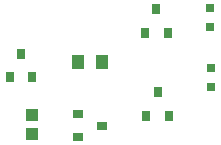
<source format=gtp>
G04*
G04 #@! TF.GenerationSoftware,Altium Limited,Altium Designer,18.1.7 (191)*
G04*
G04 Layer_Color=8421504*
%FSLAX44Y44*%
%MOMM*%
G71*
G01*
G75*
%ADD15R,0.8000X0.9000*%
%ADD16R,0.9000X0.8000*%
%ADD17R,1.0000X1.3000*%
%ADD18R,0.8000X0.8000*%
%ADD19R,1.0000X1.0000*%
D15*
X250500Y291500D02*
D03*
X260000Y271500D02*
D03*
X241000D02*
D03*
X242000Y201000D02*
D03*
X261000D02*
D03*
X251500Y221000D02*
D03*
X145500Y233750D02*
D03*
X126500D02*
D03*
X136000Y253750D02*
D03*
D16*
X184250Y183250D02*
D03*
Y202250D02*
D03*
X204250Y192750D02*
D03*
D17*
X184250Y246750D02*
D03*
X204250D02*
D03*
D18*
X296750Y241250D02*
D03*
Y225250D02*
D03*
X296250Y292000D02*
D03*
Y276000D02*
D03*
D19*
X145500Y201750D02*
D03*
Y185750D02*
D03*
M02*

</source>
